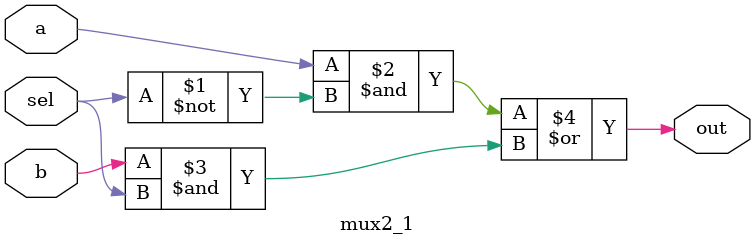
<source format=v>
`timescale 1ns / 1ps


module mux2_1(input a,input b,input sel,output out);

assign out = (a & ~sel) | (b & sel);

endmodule

</source>
